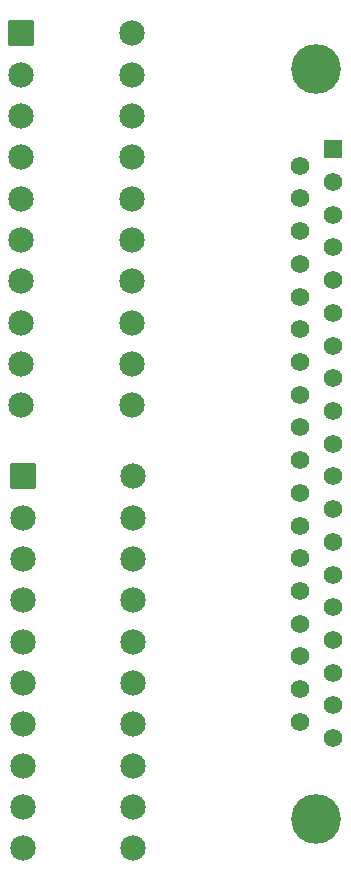
<source format=gbs>
%TF.GenerationSoftware,KiCad,Pcbnew,8.0.8*%
%TF.CreationDate,2025-02-05T11:08:31-07:00*%
%TF.ProjectId,IF Box PCB,49462042-6f78-4205-9043-422e6b696361,2*%
%TF.SameCoordinates,Original*%
%TF.FileFunction,Soldermask,Bot*%
%TF.FilePolarity,Negative*%
%FSLAX46Y46*%
G04 Gerber Fmt 4.6, Leading zero omitted, Abs format (unit mm)*
G04 Created by KiCad (PCBNEW 8.0.8) date 2025-02-05 11:08:31*
%MOMM*%
%LPD*%
G01*
G04 APERTURE LIST*
G04 Aperture macros list*
%AMRoundRect*
0 Rectangle with rounded corners*
0 $1 Rounding radius*
0 $2 $3 $4 $5 $6 $7 $8 $9 X,Y pos of 4 corners*
0 Add a 4 corners polygon primitive as box body*
4,1,4,$2,$3,$4,$5,$6,$7,$8,$9,$2,$3,0*
0 Add four circle primitives for the rounded corners*
1,1,$1+$1,$2,$3*
1,1,$1+$1,$4,$5*
1,1,$1+$1,$6,$7*
1,1,$1+$1,$8,$9*
0 Add four rect primitives between the rounded corners*
20,1,$1+$1,$2,$3,$4,$5,0*
20,1,$1+$1,$4,$5,$6,$7,0*
20,1,$1+$1,$6,$7,$8,$9,0*
20,1,$1+$1,$8,$9,$2,$3,0*%
G04 Aperture macros list end*
%ADD10RoundRect,0.102000X-0.679000X0.679000X-0.679000X-0.679000X0.679000X-0.679000X0.679000X0.679000X0*%
%ADD11C,1.562000*%
%ADD12C,4.220000*%
%ADD13RoundRect,0.102000X-0.975000X0.975000X-0.975000X-0.975000X0.975000X-0.975000X0.975000X0.975000X0*%
%ADD14C,2.154000*%
G04 APERTURE END LIST*
D10*
%TO.C,J3*%
X145420000Y-85320000D03*
D11*
X145420000Y-88090000D03*
X145420000Y-90860000D03*
X145420000Y-93630000D03*
X145420000Y-96400000D03*
X145420000Y-99170000D03*
X145420000Y-101940000D03*
X145420000Y-104710000D03*
X145420000Y-107480000D03*
X145420000Y-110250000D03*
X145420000Y-113020000D03*
X145420000Y-115790000D03*
X145420000Y-118560000D03*
X145420000Y-121330000D03*
X145420000Y-124100000D03*
X145420000Y-126870000D03*
X145420000Y-129640000D03*
X145420000Y-132410000D03*
X145420000Y-135180000D03*
X142580000Y-86705000D03*
X142580000Y-89475000D03*
X142580000Y-92245000D03*
X142580000Y-95015000D03*
X142580000Y-97785000D03*
X142580000Y-100555000D03*
X142580000Y-103325000D03*
X142580000Y-106095000D03*
X142580000Y-108865000D03*
X142580000Y-111635000D03*
X142580000Y-114405000D03*
X142580000Y-117175000D03*
X142580000Y-119945000D03*
X142580000Y-122715000D03*
X142580000Y-125485000D03*
X142580000Y-128255000D03*
X142580000Y-131025000D03*
X142580000Y-133795000D03*
D12*
X144000000Y-78500000D03*
X144000000Y-142000000D03*
%TD*%
D13*
%TO.C,J2*%
X119150000Y-113000000D03*
D14*
X128500000Y-113000000D03*
X119150000Y-116500000D03*
X128500000Y-116500000D03*
X119150000Y-120000000D03*
X128500000Y-120000000D03*
X119150000Y-123500000D03*
X128500000Y-123500000D03*
X119150000Y-127000000D03*
X128500000Y-127000000D03*
X119150000Y-130500000D03*
X128500000Y-130500000D03*
X119150000Y-134000000D03*
X128500000Y-134000000D03*
X119150000Y-137500000D03*
X128500000Y-137500000D03*
X119150000Y-141000000D03*
X128500000Y-141000000D03*
X119150000Y-144500000D03*
X128500000Y-144500000D03*
%TD*%
D13*
%TO.C,J1*%
X119000000Y-75500000D03*
D14*
X128350000Y-75500000D03*
X119000000Y-79000000D03*
X128350000Y-79000000D03*
X119000000Y-82500000D03*
X128350000Y-82500000D03*
X119000000Y-86000000D03*
X128350000Y-86000000D03*
X119000000Y-89500000D03*
X128350000Y-89500000D03*
X119000000Y-93000000D03*
X128350000Y-93000000D03*
X119000000Y-96500000D03*
X128350000Y-96500000D03*
X119000000Y-100000000D03*
X128350000Y-100000000D03*
X119000000Y-103500000D03*
X128350000Y-103500000D03*
X119000000Y-107000000D03*
X128350000Y-107000000D03*
%TD*%
M02*

</source>
